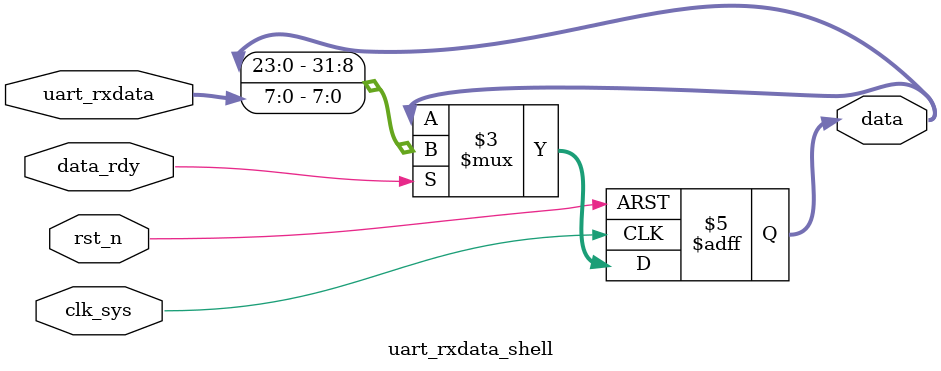
<source format=v>
`timescale 1ns/1ns

module uart_rxdata_shell(
input clk_sys,
input rst_n,
input data_rdy,
input [7:0] uart_rxdata,
output reg [31:0] data

);

always @(posedge clk_sys or negedge rst_n) begin

	if(!rst_n) begin
		data <= 32'd0;
	end
	else begin
		if(data_rdy) data <= {data[23:0], uart_rxdata[7:0]};
	end
end
endmodule
</source>
